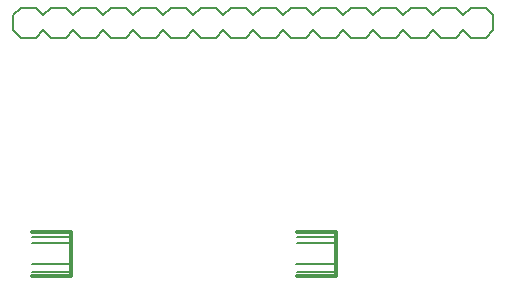
<source format=gbo>
G75*
%MOIN*%
%OFA0B0*%
%FSLAX24Y24*%
%IPPOS*%
%LPD*%
%AMOC8*
5,1,8,0,0,1.08239X$1,22.5*
%
%ADD10C,0.0080*%
%ADD11C,0.0120*%
D10*
X011980Y001300D02*
X013280Y001300D01*
X013260Y001570D02*
X011960Y001570D01*
X011980Y002270D02*
X013280Y002270D01*
X013280Y002470D02*
X011980Y002470D01*
X020810Y002470D02*
X022110Y002470D01*
X022110Y002270D02*
X020810Y002270D01*
X020790Y001570D02*
X022090Y001570D01*
X022110Y001300D02*
X020810Y001300D01*
X020600Y009110D02*
X021100Y009110D01*
X021350Y009360D01*
X021600Y009110D01*
X022100Y009110D01*
X022350Y009360D01*
X022600Y009110D01*
X023100Y009110D01*
X023350Y009360D01*
X023600Y009110D01*
X024100Y009110D01*
X024350Y009360D01*
X024600Y009110D01*
X025100Y009110D01*
X025350Y009360D01*
X025600Y009110D01*
X026100Y009110D01*
X026350Y009360D01*
X026600Y009110D01*
X027100Y009110D01*
X027350Y009360D01*
X027350Y009860D01*
X027100Y010110D01*
X026600Y010110D01*
X026350Y009860D01*
X026100Y010110D01*
X025600Y010110D01*
X025350Y009860D01*
X025100Y010110D01*
X024600Y010110D01*
X024350Y009860D01*
X024100Y010110D01*
X023600Y010110D01*
X023350Y009860D01*
X023100Y010110D01*
X022600Y010110D01*
X022350Y009860D01*
X022100Y010110D01*
X021600Y010110D01*
X021350Y009860D01*
X021100Y010110D01*
X020600Y010110D01*
X020350Y009860D01*
X020100Y010110D01*
X019600Y010110D01*
X019350Y009860D01*
X019100Y010110D01*
X018600Y010110D01*
X018350Y009860D01*
X018100Y010110D01*
X017600Y010110D01*
X017350Y009860D01*
X017100Y010110D01*
X016600Y010110D01*
X016350Y009860D01*
X016100Y010110D01*
X015600Y010110D01*
X015350Y009860D01*
X015100Y010110D01*
X014600Y010110D01*
X014350Y009860D01*
X014100Y010110D01*
X013600Y010110D01*
X013350Y009860D01*
X013100Y010110D01*
X012600Y010110D01*
X012350Y009860D01*
X012100Y010110D01*
X011600Y010110D01*
X011350Y009860D01*
X011350Y009360D01*
X011600Y009110D01*
X012100Y009110D01*
X012350Y009360D01*
X012600Y009110D01*
X013100Y009110D01*
X013350Y009360D01*
X013600Y009110D01*
X014100Y009110D01*
X014350Y009360D01*
X014600Y009110D01*
X015100Y009110D01*
X015350Y009360D01*
X015600Y009110D01*
X016100Y009110D01*
X016350Y009360D01*
X016600Y009110D01*
X017100Y009110D01*
X017350Y009360D01*
X017600Y009110D01*
X018100Y009110D01*
X018350Y009360D01*
X018600Y009110D01*
X019100Y009110D01*
X019350Y009360D01*
X019600Y009110D01*
X020100Y009110D01*
X020350Y009360D01*
X020600Y009110D01*
D11*
X013280Y001150D02*
X011980Y001150D01*
X013280Y001150D02*
X013280Y002270D01*
X013280Y002470D01*
X013280Y002620D01*
X011980Y002620D01*
X020810Y002620D02*
X022110Y002620D01*
X022110Y002470D01*
X022110Y002270D01*
X022110Y001150D01*
X020810Y001150D01*
M02*

</source>
